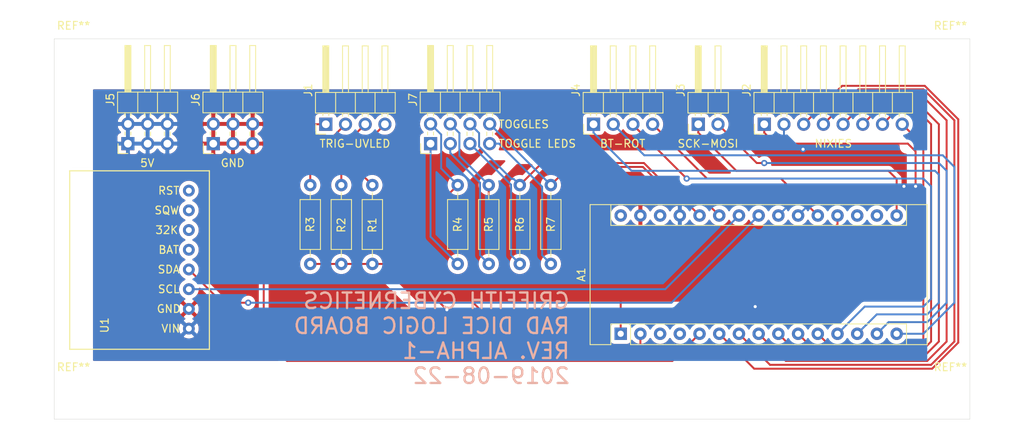
<source format=kicad_pcb>
(kicad_pcb (version 20171130) (host pcbnew "(5.1.2-1)-1")
  (layers (0 F.Cu signal) (31 B.Cu signal) (34 B.Paste user) (35 F.Paste user) (36 B.SilkS user) (37 F.SilkS user) (38 B.Mask user) (39 F.Mask user) (44 Edge.Cuts user))
  (net 0 "")
  (net 1 "Net-(A1-Pad16)")
  (net 2 "Net-(A1-Pad15)")
  (net 3 "Net-(A1-Pad14)")
  (net 4 "Net-(A1-Pad29)")
  (net 5 "Net-(A1-Pad13)")
  (net 6 "Net-(A1-Pad12)")
  (net 7 "Net-(A1-Pad27)")
  (net 8 "Net-(A1-Pad11)")
  (net 9 "Net-(A1-Pad26)")
  (net 10 "Net-(A1-Pad10)")
  (net 11 "Net-(A1-Pad25)")
  (net 12 "Net-(A1-Pad9)")
  (net 13 "Net-(A1-Pad24)")
  (net 14 "Net-(A1-Pad8)")
  (net 15 "Net-(A1-Pad23)")
  (net 16 "Net-(A1-Pad7)")
  (net 17 "Net-(A1-Pad22)")
  (net 18 "Net-(A1-Pad6)")
  (net 19 "Net-(A1-Pad21)")
  (net 20 "Net-(A1-Pad5)")
  (net 21 "Net-(A1-Pad20)")
  (net 22 "Net-(A1-Pad19)")
  (net 23 "Net-(A1-Pad2)")
  (net 24 "Net-(A1-Pad1)")
  (net 25 "Net-(J1-Pad4)")
  (net 26 "Net-(J1-Pad3)")
  (net 27 "Net-(J1-Pad2)")
  (net 28 "Net-(J7-Pad7)")
  (net 29 "Net-(J7-Pad5)")
  (net 30 "Net-(J7-Pad3)")
  (net 31 "Net-(J7-Pad1)")
  (module Modules:Arduino_Nano (layer F.Cu) (at 153 109 90)
    (fp_text reference A1 (at 7.62 -5.08 90) (layer F.SilkS))
    (fp_text value Arduino_Nano_v3.x)
    (pad 16 thru_hole oval (at 15.24 35.56 90) (size 1.6 1.6) (drill 0.8) (layers *.Cu *.Mask) (net 1 "Net-(A1-Pad16)"))
    (pad 15 thru_hole oval (at 0 35.56 90) (size 1.6 1.6) (drill 0.8) (layers *.Cu *.Mask) (net 2 "Net-(A1-Pad15)"))
    (pad 30 thru_hole oval (at 15.24 0 90) (size 1.6 1.6) (drill 0.8) (layers *.Cu *.Mask))
    (pad 14 thru_hole oval (at 0 33.02 90) (size 1.6 1.6) (drill 0.8) (layers *.Cu *.Mask) (net 3 "Net-(A1-Pad14)"))
    (pad 29 thru_hole oval (at 15.24 2.54 90) (size 1.6 1.6) (drill 0.8) (layers *.Cu *.Mask) (net 4 "Net-(A1-Pad29)"))
    (pad 13 thru_hole oval (at 0 30.48 90) (size 1.6 1.6) (drill 0.8) (layers *.Cu *.Mask) (net 5 "Net-(A1-Pad13)"))
    (pad 28 thru_hole oval (at 15.24 5.08 90) (size 1.6 1.6) (drill 0.8) (layers *.Cu *.Mask))
    (pad 12 thru_hole oval (at 0 27.94 90) (size 1.6 1.6) (drill 0.8) (layers *.Cu *.Mask) (net 6 "Net-(A1-Pad12)"))
    (pad 27 thru_hole oval (at 15.24 7.62 90) (size 1.6 1.6) (drill 0.8) (layers *.Cu *.Mask) (net 7 "Net-(A1-Pad27)"))
    (pad 11 thru_hole oval (at 0 25.4 90) (size 1.6 1.6) (drill 0.8) (layers *.Cu *.Mask) (net 8 "Net-(A1-Pad11)"))
    (pad 26 thru_hole oval (at 15.24 10.16 90) (size 1.6 1.6) (drill 0.8) (layers *.Cu *.Mask) (net 9 "Net-(A1-Pad26)"))
    (pad 10 thru_hole oval (at 0 22.86 90) (size 1.6 1.6) (drill 0.8) (layers *.Cu *.Mask) (net 10 "Net-(A1-Pad10)"))
    (pad 25 thru_hole oval (at 15.24 12.7 90) (size 1.6 1.6) (drill 0.8) (layers *.Cu *.Mask) (net 11 "Net-(A1-Pad25)"))
    (pad 9 thru_hole oval (at 0 20.32 90) (size 1.6 1.6) (drill 0.8) (layers *.Cu *.Mask) (net 12 "Net-(A1-Pad9)"))
    (pad 24 thru_hole oval (at 15.24 15.24 90) (size 1.6 1.6) (drill 0.8) (layers *.Cu *.Mask) (net 13 "Net-(A1-Pad24)"))
    (pad 8 thru_hole oval (at 0 17.78 90) (size 1.6 1.6) (drill 0.8) (layers *.Cu *.Mask) (net 14 "Net-(A1-Pad8)"))
    (pad 23 thru_hole oval (at 15.24 17.78 90) (size 1.6 1.6) (drill 0.8) (layers *.Cu *.Mask) (net 15 "Net-(A1-Pad23)"))
    (pad 7 thru_hole oval (at 0 15.24 90) (size 1.6 1.6) (drill 0.8) (layers *.Cu *.Mask) (net 16 "Net-(A1-Pad7)"))
    (pad 22 thru_hole oval (at 15.24 20.32 90) (size 1.6 1.6) (drill 0.8) (layers *.Cu *.Mask) (net 17 "Net-(A1-Pad22)"))
    (pad 6 thru_hole oval (at 0 12.7 90) (size 1.6 1.6) (drill 0.8) (layers *.Cu *.Mask) (net 18 "Net-(A1-Pad6)"))
    (pad 21 thru_hole oval (at 15.24 22.86 90) (size 1.6 1.6) (drill 0.8) (layers *.Cu *.Mask) (net 19 "Net-(A1-Pad21)"))
    (pad 5 thru_hole oval (at 0 10.16 90) (size 1.6 1.6) (drill 0.8) (layers *.Cu *.Mask) (net 20 "Net-(A1-Pad5)"))
    (pad 20 thru_hole oval (at 15.24 25.4 90) (size 1.6 1.6) (drill 0.8) (layers *.Cu *.Mask) (net 21 "Net-(A1-Pad20)"))
    (pad 4 thru_hole oval (at 0 7.62 90) (size 1.6 1.6) (drill 0.8) (layers *.Cu *.Mask))
    (pad 19 thru_hole oval (at 15.24 27.94 90) (size 1.6 1.6) (drill 0.8) (layers *.Cu *.Mask) (net 22 "Net-(A1-Pad19)"))
    (pad 3 thru_hole oval (at 0 5.08 90) (size 1.6 1.6) (drill 0.8) (layers *.Cu *.Mask))
    (pad 18 thru_hole oval (at 15.24 30.48 90) (size 1.6 1.6) (drill 0.8) (layers *.Cu *.Mask))
    (pad 2 thru_hole oval (at 0 2.54 90) (size 1.6 1.6) (drill 0.8) (layers *.Cu *.Mask) (net 23 "Net-(A1-Pad2)"))
    (pad 17 thru_hole oval (at 15.24 33.02 90) (size 1.6 1.6) (drill 0.8) (layers *.Cu *.Mask))
    (pad 1 thru_hole rect (at 0 0 90) (size 1.6 1.6) (drill 0.8) (layers *.Cu *.Mask) (net 24 "Net-(A1-Pad1)"))
  )
  (module Mounting_Holes:MountingHole_3.2mm_M3 (layer F.Cu) (at 82.5 73.5)
    (fp_text reference REF** (at 0 -4.2) (layer F.SilkS))
    (fp_text value MountingHole_3.2mm_M3)
    (pad 1 np_thru_hole circle (at 0 0) (size 3.2 3.2) (drill 3.2) (layers *.Cu *.Mask))
  )
  (module Mounting_Holes:MountingHole_3.2mm_M3 (layer F.Cu) (at 82.5 117.5)
    (fp_text reference REF** (at 0 -4.2) (layer F.SilkS))
    (fp_text value MountingHole_3.2mm_M3)
    (pad 1 np_thru_hole circle (at 0 0) (size 3.2 3.2) (drill 3.2) (layers *.Cu *.Mask))
  )
  (module Mounting_Holes:MountingHole_3.2mm_M3 (layer F.Cu) (at 195.5 73.5)
    (fp_text reference REF** (at 0 -4.2) (layer F.SilkS))
    (fp_text value MountingHole_3.2mm_M3)
    (pad 1 np_thru_hole circle (at 0 0) (size 3.2 3.2) (drill 3.2) (layers *.Cu *.Mask))
  )
  (module Mounting_Holes:MountingHole_3.2mm_M3 (layer F.Cu) (at 195.5 117.5)
    (fp_text reference REF** (at 0 -4.2) (layer F.SilkS))
    (fp_text value MountingHole_3.2mm_M3)
    (pad 1 np_thru_hole circle (at 0 0) (size 3.2 3.2) (drill 3.2) (layers *.Cu *.Mask))
  )
  (module Pin_Headers:Pin_Header_Angled_1x04_Pitch2.54mm (layer F.Cu) (at 115 82 90)
    (fp_text reference J1 (at 4.385 -2.27 90) (layer F.SilkS))
    (fp_text value SAMPLE-GEIGER-CONNECTOR)
    (pad 4 thru_hole oval (at 0 7.62 90) (size 1.7 1.7) (drill 1) (layers *.Cu *.Mask) (net 25 "Net-(J1-Pad4)"))
    (pad 3 thru_hole oval (at 0 5.08 90) (size 1.7 1.7) (drill 1) (layers *.Cu *.Mask) (net 26 "Net-(J1-Pad3)"))
    (pad 2 thru_hole oval (at 0 2.54 90) (size 1.7 1.7) (drill 1) (layers *.Cu *.Mask) (net 27 "Net-(J1-Pad2)"))
    (pad 1 thru_hole rect (at 0 0 90) (size 1.7 1.7) (drill 1) (layers *.Cu *.Mask) (net 20 "Net-(A1-Pad5)"))
  )
  (module Pin_Headers:Pin_Header_Angled_1x08_Pitch2.54mm (layer F.Cu) (at 171.5 82 90)
    (fp_text reference J2 (at 4.385 -2.27 90) (layer F.SilkS))
    (fp_text value NIXIE-CONNECTOR-CS)
    (pad 8 thru_hole oval (at 0 17.78 90) (size 1.7 1.7) (drill 1) (layers *.Cu *.Mask) (net 8 "Net-(A1-Pad11)"))
    (pad 7 thru_hole oval (at 0 15.24 90) (size 1.7 1.7) (drill 1) (layers *.Cu *.Mask) (net 10 "Net-(A1-Pad10)"))
    (pad 6 thru_hole oval (at 0 12.7 90) (size 1.7 1.7) (drill 1) (layers *.Cu *.Mask) (net 12 "Net-(A1-Pad9)"))
    (pad 5 thru_hole oval (at 0 10.16 90) (size 1.7 1.7) (drill 1) (layers *.Cu *.Mask) (net 14 "Net-(A1-Pad8)"))
    (pad 4 thru_hole oval (at 0 7.62 90) (size 1.7 1.7) (drill 1) (layers *.Cu *.Mask) (net 16 "Net-(A1-Pad7)"))
    (pad 3 thru_hole oval (at 0 5.08 90) (size 1.7 1.7) (drill 1) (layers *.Cu *.Mask) (net 18 "Net-(A1-Pad6)"))
    (pad 2 thru_hole oval (at 0 2.54 90) (size 1.7 1.7) (drill 1) (layers *.Cu *.Mask) (net 17 "Net-(A1-Pad22)"))
    (pad 1 thru_hole rect (at 0 0 90) (size 1.7 1.7) (drill 1) (layers *.Cu *.Mask) (net 19 "Net-(A1-Pad21)"))
  )
  (module Pin_Headers:Pin_Header_Angled_1x02_Pitch2.54mm (layer F.Cu) (at 163 82 90)
    (fp_text reference J3 (at 4.385 -2.27 90) (layer F.SilkS))
    (fp_text value NIXIE-CONNECTOR-SCK-MOSI)
    (pad 2 thru_hole oval (at 0 2.54 90) (size 1.7 1.7) (drill 1) (layers *.Cu *.Mask) (net 3 "Net-(A1-Pad14)"))
    (pad 1 thru_hole rect (at 0 0 90) (size 1.7 1.7) (drill 1) (layers *.Cu *.Mask) (net 1 "Net-(A1-Pad16)"))
  )
  (module Pin_Headers:Pin_Header_Angled_1x04_Pitch2.54mm (layer F.Cu) (at 149.5 82 90)
    (fp_text reference J4 (at 4.385 -2.27 90) (layer F.SilkS))
    (fp_text value SWITCH-CONNECTOR)
    (pad 1 thru_hole rect (at 0 0 90) (size 1.7 1.7) (drill 1) (layers *.Cu *.Mask) (net 5 "Net-(A1-Pad13)"))
    (pad 2 thru_hole oval (at 0 2.54 90) (size 1.7 1.7) (drill 1) (layers *.Cu *.Mask) (net 2 "Net-(A1-Pad15)"))
    (pad 3 thru_hole oval (at 0 5.08 90) (size 1.7 1.7) (drill 1) (layers *.Cu *.Mask) (net 6 "Net-(A1-Pad12)"))
    (pad 4 thru_hole oval (at 0 7.62 90) (size 1.7 1.7) (drill 1) (layers *.Cu *.Mask) (net 21 "Net-(A1-Pad20)"))
  )
  (module Pin_Headers:Pin_Header_Angled_2x03_Pitch2.54mm (layer F.Cu) (at 89.5 84.5 90)
    (fp_text reference J5 (at 5.655 -2.27 90) (layer F.SilkS))
    (fp_text value POWER-5V)
    (pad 1 thru_hole rect (at 0 0 90) (size 1.7 1.7) (drill 1) (layers *.Cu *.Mask) (net 7 "Net-(A1-Pad27)"))
    (pad 2 thru_hole oval (at 2.54 0 90) (size 1.7 1.7) (drill 1) (layers *.Cu *.Mask) (net 7 "Net-(A1-Pad27)"))
    (pad 3 thru_hole oval (at 0 2.54 90) (size 1.7 1.7) (drill 1) (layers *.Cu *.Mask) (net 7 "Net-(A1-Pad27)"))
    (pad 4 thru_hole oval (at 2.54 2.54 90) (size 1.7 1.7) (drill 1) (layers *.Cu *.Mask) (net 7 "Net-(A1-Pad27)"))
    (pad 5 thru_hole oval (at 0 5.08 90) (size 1.7 1.7) (drill 1) (layers *.Cu *.Mask) (net 7 "Net-(A1-Pad27)"))
    (pad 6 thru_hole oval (at 2.54 5.08 90) (size 1.7 1.7) (drill 1) (layers *.Cu *.Mask) (net 7 "Net-(A1-Pad27)"))
  )
  (module Pin_Headers:Pin_Header_Angled_2x03_Pitch2.54mm (layer F.Cu) (at 100.5 84.5 90)
    (fp_text reference J6 (at 5.655 -2.27 90) (layer F.SilkS))
    (fp_text value GROUND)
    (pad 6 thru_hole oval (at 2.54 5.08 90) (size 1.7 1.7) (drill 1) (layers *.Cu *.Mask) (net 4 "Net-(A1-Pad29)"))
    (pad 5 thru_hole oval (at 0 5.08 90) (size 1.7 1.7) (drill 1) (layers *.Cu *.Mask) (net 4 "Net-(A1-Pad29)"))
    (pad 4 thru_hole oval (at 2.54 2.54 90) (size 1.7 1.7) (drill 1) (layers *.Cu *.Mask) (net 4 "Net-(A1-Pad29)"))
    (pad 3 thru_hole oval (at 0 2.54 90) (size 1.7 1.7) (drill 1) (layers *.Cu *.Mask) (net 4 "Net-(A1-Pad29)"))
    (pad 2 thru_hole oval (at 2.54 0 90) (size 1.7 1.7) (drill 1) (layers *.Cu *.Mask) (net 4 "Net-(A1-Pad29)"))
    (pad 1 thru_hole rect (at 0 0 90) (size 1.7 1.7) (drill 1) (layers *.Cu *.Mask) (net 4 "Net-(A1-Pad29)"))
  )
  (module Pin_Headers:Pin_Header_Angled_2x04_Pitch2.54mm (layer F.Cu) (at 128.5 84.5 90)
    (fp_text reference J7 (at 5.655 -2.27 90) (layer F.SilkS))
    (fp_text value TOGGLE-CONNECTOR)
    (pad 8 thru_hole oval (at 2.54 7.62 90) (size 1.7 1.7) (drill 1) (layers *.Cu *.Mask) (net 9 "Net-(A1-Pad26)"))
    (pad 7 thru_hole oval (at 0 7.62 90) (size 1.7 1.7) (drill 1) (layers *.Cu *.Mask) (net 28 "Net-(J7-Pad7)"))
    (pad 6 thru_hole oval (at 2.54 5.08 90) (size 1.7 1.7) (drill 1) (layers *.Cu *.Mask) (net 11 "Net-(A1-Pad25)"))
    (pad 5 thru_hole oval (at 0 5.08 90) (size 1.7 1.7) (drill 1) (layers *.Cu *.Mask) (net 29 "Net-(J7-Pad5)"))
    (pad 4 thru_hole oval (at 2.54 2.54 90) (size 1.7 1.7) (drill 1) (layers *.Cu *.Mask) (net 24 "Net-(A1-Pad1)"))
    (pad 3 thru_hole oval (at 0 2.54 90) (size 1.7 1.7) (drill 1) (layers *.Cu *.Mask) (net 30 "Net-(J7-Pad3)"))
    (pad 2 thru_hole oval (at 2.54 0 90) (size 1.7 1.7) (drill 1) (layers *.Cu *.Mask) (net 23 "Net-(A1-Pad2)"))
    (pad 1 thru_hole rect (at 0 0 90) (size 1.7 1.7) (drill 1) (layers *.Cu *.Mask) (net 31 "Net-(J7-Pad1)"))
  )
  (module Resistors_THT:R_Axial_DIN0207_L6.3mm_D2.5mm_P10.16mm_Horizontal (layer F.Cu) (at 121 100 90)
    (fp_text reference R1 (at 5 0 90) (layer F.SilkS))
    (fp_text value R)
    (pad 2 thru_hole oval (at 10.16 0 90) (size 1.6 1.6) (drill 0.8) (layers *.Cu *.Mask) (net 25 "Net-(J1-Pad4)"))
    (pad 1 thru_hole circle (at 0 0 90) (size 1.6 1.6) (drill 0.8) (layers *.Cu *.Mask) (net 22 "Net-(A1-Pad19)"))
  )
  (module Resistors_THT:R_Axial_DIN0207_L6.3mm_D2.5mm_P10.16mm_Horizontal (layer F.Cu) (at 117 100 90)
    (fp_text reference R2 (at 5 0 90) (layer F.SilkS))
    (fp_text value R)
    (pad 1 thru_hole circle (at 0 0 90) (size 1.6 1.6) (drill 0.8) (layers *.Cu *.Mask) (net 22 "Net-(A1-Pad19)"))
    (pad 2 thru_hole oval (at 10.16 0 90) (size 1.6 1.6) (drill 0.8) (layers *.Cu *.Mask) (net 26 "Net-(J1-Pad3)"))
  )
  (module Resistors_THT:R_Axial_DIN0207_L6.3mm_D2.5mm_P10.16mm_Horizontal (layer F.Cu) (at 113 100 90)
    (fp_text reference R3 (at 5.08 0 90) (layer F.SilkS))
    (fp_text value R)
    (pad 2 thru_hole oval (at 10.16 0 90) (size 1.6 1.6) (drill 0.8) (layers *.Cu *.Mask) (net 27 "Net-(J1-Pad2)"))
    (pad 1 thru_hole circle (at 0 0 90) (size 1.6 1.6) (drill 0.8) (layers *.Cu *.Mask) (net 22 "Net-(A1-Pad19)"))
  )
  (module Resistors_THT:R_Axial_DIN0207_L6.3mm_D2.5mm_P10.16mm_Horizontal (layer F.Cu) (at 132 100 90)
    (fp_text reference R4 (at 5.08 0 90) (layer F.SilkS))
    (fp_text value R)
    (pad 1 thru_hole circle (at 0 0 90) (size 1.6 1.6) (drill 0.8) (layers *.Cu *.Mask) (net 31 "Net-(J7-Pad1)"))
    (pad 2 thru_hole oval (at 10.16 0 90) (size 1.6 1.6) (drill 0.8) (layers *.Cu *.Mask) (net 23 "Net-(A1-Pad2)"))
  )
  (module Resistors_THT:R_Axial_DIN0207_L6.3mm_D2.5mm_P10.16mm_Horizontal (layer F.Cu) (at 136 100 90)
    (fp_text reference R5 (at 5.08 0 90) (layer F.SilkS))
    (fp_text value R)
    (pad 2 thru_hole oval (at 10.16 0 90) (size 1.6 1.6) (drill 0.8) (layers *.Cu *.Mask) (net 24 "Net-(A1-Pad1)"))
    (pad 1 thru_hole circle (at 0 0 90) (size 1.6 1.6) (drill 0.8) (layers *.Cu *.Mask) (net 30 "Net-(J7-Pad3)"))
  )
  (module Resistors_THT:R_Axial_DIN0207_L6.3mm_D2.5mm_P10.16mm_Horizontal (layer F.Cu) (at 140 100 90)
    (fp_text reference R6 (at 5.08 0 90) (layer F.SilkS))
    (fp_text value R)
    (pad 1 thru_hole circle (at 0 0 90) (size 1.6 1.6) (drill 0.8) (layers *.Cu *.Mask) (net 29 "Net-(J7-Pad5)"))
    (pad 2 thru_hole oval (at 10.16 0 90) (size 1.6 1.6) (drill 0.8) (layers *.Cu *.Mask) (net 11 "Net-(A1-Pad25)"))
  )
  (module Resistors_THT:R_Axial_DIN0207_L6.3mm_D2.5mm_P10.16mm_Horizontal (layer F.Cu) (at 144 100 90)
    (fp_text reference R7 (at 5.08 0 90) (layer F.SilkS))
    (fp_text value R)
    (pad 2 thru_hole oval (at 10.16 0 90) (size 1.6 1.6) (drill 0.8) (layers *.Cu *.Mask) (net 9 "Net-(A1-Pad26)"))
    (pad 1 thru_hole circle (at 0 0 90) (size 1.6 1.6) (drill 0.8) (layers *.Cu *.Mask) (net 28 "Net-(J7-Pad7)"))
  )
  (module rad_dice_logic_board:ADAFRUIT-DS3231 (layer F.Cu) (at 94 103 90)
    (fp_text reference U1 (at -4.9 -7.5 90) (layer F.SilkS))
    (fp_text value ADAFRUIT-DS3231)
    (fp_text user VIN (at -5.334 1.016) (layer F.SilkS))
    (fp_text user GND (at -2.794 0.762) (layer F.SilkS))
    (fp_text user SCL (at -0.254 0.762) (layer F.SilkS))
    (fp_text user SDA (at 2.286 0.762) (layer F.SilkS))
    (fp_text user BAT (at 4.826 0.762) (layer F.SilkS))
    (fp_text user 32K (at 7.366 0.508) (layer F.SilkS))
    (fp_text user SQW (at 9.906 0.508) (layer F.SilkS))
    (fp_text user RST (at 12.446 0.762) (layer F.SilkS))
    (pad 1 thru_hole circle (at -5.334 3.3528 90) (size 1.524 1.524) (drill 0.762) (layers *.Cu *.Mask) (net 7 "Net-(A1-Pad27)"))
    (pad 2 thru_hole circle (at -2.794 3.3528 90) (size 1.524 1.524) (drill 0.762) (layers *.Cu *.Mask) (net 4 "Net-(A1-Pad29)"))
    (pad 3 thru_hole circle (at -0.254 3.3528 90) (size 1.524 1.524) (drill 0.762) (layers *.Cu *.Mask) (net 13 "Net-(A1-Pad24)"))
    (pad 4 thru_hole circle (at 2.286 3.3528 90) (size 1.524 1.524) (drill 0.762) (layers *.Cu *.Mask) (net 15 "Net-(A1-Pad23)"))
    (pad 5 thru_hole circle (at 4.826 3.3528 90) (size 1.524 1.524) (drill 0.762) (layers *.Cu *.Mask))
    (pad 6 thru_hole circle (at 7.366 3.3528 90) (size 1.524 1.524) (drill 0.762) (layers *.Cu *.Mask))
    (pad 7 thru_hole circle (at 9.906 3.3528 90) (size 1.524 1.524) (drill 0.762) (layers *.Cu *.Mask))
    (pad 8 thru_hole circle (at 12.446 3.3528 90) (size 1.524 1.524) (drill 0.762) (layers *.Cu *.Mask))
  )
  (gr_text "GRIFFITH CYBERNETICS\nRAD DICE LOGIC BOARD\nREV. ALPHA-1\n2019-08-22" (at 146.6 109.6) (layer B.SilkS) (effects (font (size 2 2) (thickness 0.3)) (justify left mirror)))
  (gr_text NIXIES (at 180.4 84.5) (layer F.SilkS) (effects (font (size 1 1))))
  (gr_text "TOGGLE LEDS" (at 142.25 84.5) (layer F.SilkS) (effects (font (size 1 1))))
  (gr_text SCK-MOSI (at 164.25 84.5) (layer F.SilkS) (effects (font (size 1 1))))
  (gr_text BT-ROT (at 153.25 84.5) (layer F.SilkS) (effects (font (size 1 1))))
  (gr_text TOGGLES (at 140.5 82) (layer F.SilkS) (effects (font (size 1 1))))
  (gr_text TRIG-UVLED (at 118.75 84.5) (layer F.SilkS) (effects (font (size 1 1))))
  (gr_text GND (at 103 87) (layer F.SilkS) (effects (font (size 1 1))))
  (gr_text 5V (at 92 87) (layer F.SilkS) (effects (font (size 1 1))))
  (gr_line (start 80 71) (end 80 120) (layer Edge.Cuts) (width 0.05))
  (gr_line (start 198 71) (end 80 71) (layer Edge.Cuts) (width 0.05))
  (gr_line (start 198 120) (end 198 71) (layer Edge.Cuts) (width 0.05))
  (gr_line (start 80 120) (end 198 120) (layer Edge.Cuts) (width 0.05))
  (segment (start 188.56 93.76) (end 188.56 89.06) (width 0.25) (layer F.Cu) (net 1))
  (segment (start 188.56 89.06) (end 187.5 88) (width 0.25) (layer F.Cu) (net 1))
  (segment (start 163 83.1) (end 163 82) (width 0.25) (layer F.Cu) (net 1))
  (segment (start 167.9 88) (end 163 83.1) (width 0.25) (layer F.Cu) (net 1))
  (segment (start 187.5 88) (end 167.9 88) (width 0.25) (layer F.Cu) (net 1))
  (segment (start 196 87.5) (end 194.5 86) (width 0.25) (layer B.Cu) (net 2))
  (segment (start 194.5 86) (end 156.04 86) (width 0.25) (layer B.Cu) (net 2))
  (segment (start 196 105) (end 196 87.5) (width 0.25) (layer B.Cu) (net 2))
  (segment (start 156.04 86) (end 152.04 82) (width 0.25) (layer B.Cu) (net 2))
  (segment (start 192 109) (end 196 105) (width 0.25) (layer B.Cu) (net 2))
  (segment (start 188.56 109) (end 192 109) (width 0.25) (layer B.Cu) (net 2))
  (segment (start 186.02 109) (end 187.52 107.5) (width 0.25) (layer B.Cu) (net 3))
  (segment (start 187.52 107.5) (end 192.5 107.5) (width 0.25) (layer B.Cu) (net 3))
  (segment (start 192.5 107.5) (end 195 105) (width 0.25) (layer B.Cu) (net 3))
  (segment (start 195 105) (end 195 88) (width 0.25) (layer B.Cu) (net 3))
  (segment (start 195 88) (end 194 87) (width 0.25) (layer B.Cu) (net 3))
  (segment (start 194 87) (end 171.5 87) (width 0.25) (layer B.Cu) (net 3))
  (via (at 171.5 87) (size 0.8) (drill 0.4) (layers F.Cu B.Cu) (net 3))
  (segment (start 170.54 87) (end 165.54 82) (width 0.25) (layer F.Cu) (net 3))
  (segment (start 171.5 87) (end 170.54 87) (width 0.25) (layer F.Cu) (net 3))
  (segment (start 184.605001 107.874999) (end 184.625001 107.874999) (width 0.25) (layer B.Cu) (net 5))
  (segment (start 183.48 109) (end 184.605001 107.874999) (width 0.25) (layer B.Cu) (net 5))
  (segment (start 184.625001 107.874999) (end 186 106.5) (width 0.25) (layer B.Cu) (net 5))
  (segment (start 186 106.5) (end 192.5 106.5) (width 0.25) (layer B.Cu) (net 5))
  (segment (start 192.5 106.5) (end 194 105) (width 0.25) (layer B.Cu) (net 5))
  (segment (start 194 105) (end 194 88.5) (width 0.25) (layer B.Cu) (net 5))
  (segment (start 194 88.5) (end 193.5 88) (width 0.25) (layer B.Cu) (net 5))
  (segment (start 154.4 88) (end 149.5 83.1) (width 0.25) (layer B.Cu) (net 5))
  (segment (start 149.5 83.1) (end 149.5 82) (width 0.25) (layer B.Cu) (net 5))
  (segment (start 193.5 88) (end 154.4 88) (width 0.25) (layer B.Cu) (net 5))
  (segment (start 180.94 109) (end 184.44 105.5) (width 0.25) (layer B.Cu) (net 6))
  (segment (start 184.44 105.5) (end 192 105.5) (width 0.25) (layer B.Cu) (net 6))
  (segment (start 192 105.5) (end 193 104.5) (width 0.25) (layer B.Cu) (net 6))
  (segment (start 193 104.5) (end 193 90) (width 0.25) (layer B.Cu) (net 6))
  (segment (start 193 90) (end 192 89) (width 0.25) (layer B.Cu) (net 6))
  (segment (start 192 89) (end 161.5 89) (width 0.25) (layer B.Cu) (net 6))
  (via (at 161.5 89) (size 0.8) (drill 0.4) (layers F.Cu B.Cu) (net 6))
  (segment (start 154.58 82.08) (end 154.58 82) (width 0.25) (layer F.Cu) (net 6))
  (segment (start 161.5 89) (end 154.58 82.08) (width 0.25) (layer F.Cu) (net 6))
  (segment (start 178.4 109) (end 180.4 111) (width 0.25) (layer F.Cu) (net 8))
  (segment (start 180.4 111) (end 191 111) (width 0.25) (layer F.Cu) (net 8))
  (segment (start 191 111) (end 192 110) (width 0.25) (layer F.Cu) (net 8))
  (segment (start 192 84.72) (end 189.28 82) (width 0.25) (layer F.Cu) (net 8))
  (segment (start 192 110) (end 192 84.72) (width 0.25) (layer F.Cu) (net 8))
  (segment (start 144 89.84) (end 146.34 87.5) (width 0.25) (layer F.Cu) (net 9))
  (segment (start 146.34 87.5) (end 155.86359 87.5) (width 0.25) (layer F.Cu) (net 9))
  (segment (start 155.86359 87.5) (end 159.86359 91.5) (width 0.25) (layer F.Cu) (net 9))
  (segment (start 160.9 91.5) (end 163.16 93.76) (width 0.25) (layer F.Cu) (net 9))
  (segment (start 159.86359 91.5) (end 160.9 91.5) (width 0.25) (layer F.Cu) (net 9))
  (segment (start 144 89.84) (end 136.12 81.96) (width 0.25) (layer B.Cu) (net 9))
  (segment (start 191 80) (end 188.74 80) (width 0.25) (layer F.Cu) (net 10))
  (segment (start 188.74 80) (end 186.74 82) (width 0.25) (layer F.Cu) (net 10))
  (segment (start 193 110) (end 193 82) (width 0.25) (layer F.Cu) (net 10))
  (segment (start 193 82) (end 191 80) (width 0.25) (layer F.Cu) (net 10))
  (segment (start 191.549991 111.450009) (end 193 110) (width 0.25) (layer F.Cu) (net 10))
  (segment (start 178.310009 111.450009) (end 191.549991 111.450009) (width 0.25) (layer F.Cu) (net 10))
  (segment (start 175.86 109) (end 178.310009 111.450009) (width 0.25) (layer F.Cu) (net 10))
  (segment (start 140 89.84) (end 142.84 87) (width 0.25) (layer F.Cu) (net 11))
  (segment (start 142.84 87) (end 156 87) (width 0.25) (layer F.Cu) (net 11))
  (segment (start 156 87) (end 160 91) (width 0.25) (layer F.Cu) (net 11))
  (segment (start 162.94 91) (end 165.7 93.76) (width 0.25) (layer F.Cu) (net 11))
  (segment (start 160 91) (end 162.94 91) (width 0.25) (layer F.Cu) (net 11))
  (segment (start 134.429999 82.809999) (end 133.58 81.96) (width 0.25) (layer B.Cu) (net 11))
  (segment (start 134.755001 83.135001) (end 134.429999 82.809999) (width 0.25) (layer B.Cu) (net 11))
  (segment (start 134.755001 84.874003) (end 134.755001 83.135001) (width 0.25) (layer B.Cu) (net 11))
  (segment (start 138.920999 89.040001) (end 134.755001 84.874003) (width 0.25) (layer B.Cu) (net 11))
  (segment (start 139.200001 89.040001) (end 138.920999 89.040001) (width 0.25) (layer B.Cu) (net 11))
  (segment (start 140 89.84) (end 139.200001 89.040001) (width 0.25) (layer B.Cu) (net 11))
  (segment (start 187.2 79) (end 184.2 82) (width 0.25) (layer F.Cu) (net 12))
  (segment (start 173.32 109) (end 176.32 112) (width 0.25) (layer F.Cu) (net 12))
  (segment (start 194 82) (end 191 79) (width 0.25) (layer F.Cu) (net 12))
  (segment (start 194 110) (end 194 82) (width 0.25) (layer F.Cu) (net 12))
  (segment (start 191 79) (end 187.2 79) (width 0.25) (layer F.Cu) (net 12))
  (segment (start 192 112) (end 194 110) (width 0.25) (layer F.Cu) (net 12))
  (segment (start 176.32 112) (end 192 112) (width 0.25) (layer F.Cu) (net 12))
  (segment (start 158.746 103.254) (end 97.3528 103.254) (width 0.25) (layer B.Cu) (net 13))
  (segment (start 168.24 93.76) (end 158.746 103.254) (width 0.25) (layer B.Cu) (net 13))
  (segment (start 185.16 78.5) (end 181.66 82) (width 0.25) (layer F.Cu) (net 14))
  (segment (start 192 78.5) (end 185.16 78.5) (width 0.25) (layer F.Cu) (net 14))
  (segment (start 195 110) (end 195 81.5) (width 0.25) (layer F.Cu) (net 14))
  (segment (start 170.78 109) (end 174.28 112.5) (width 0.25) (layer F.Cu) (net 14))
  (segment (start 195 81.5) (end 192 78.5) (width 0.25) (layer F.Cu) (net 14))
  (segment (start 192.5 112.5) (end 195 110) (width 0.25) (layer F.Cu) (net 14))
  (segment (start 174.28 112.5) (end 192.5 112.5) (width 0.25) (layer F.Cu) (net 14))
  (segment (start 170.78 93.76) (end 159.54 105) (width 0.25) (layer B.Cu) (net 15))
  (via (at 105 105) (size 0.8) (drill 0.4) (layers F.Cu B.Cu) (net 15))
  (segment (start 159.54 105) (end 105 105) (width 0.25) (layer B.Cu) (net 15))
  (segment (start 101.6388 105) (end 97.3528 100.714) (width 0.25) (layer F.Cu) (net 15))
  (segment (start 105 105) (end 101.6388 105) (width 0.25) (layer F.Cu) (net 15))
  (segment (start 183.62 77.5) (end 179.12 82) (width 0.25) (layer F.Cu) (net 16))
  (segment (start 192 77.5) (end 183.62 77.5) (width 0.25) (layer F.Cu) (net 16))
  (segment (start 172.24 113) (end 193 113) (width 0.25) (layer F.Cu) (net 16))
  (segment (start 196 81.5) (end 192 77.5) (width 0.25) (layer F.Cu) (net 16))
  (segment (start 196 110) (end 196 81.5) (width 0.25) (layer F.Cu) (net 16))
  (segment (start 193 113) (end 196 110) (width 0.25) (layer F.Cu) (net 16))
  (segment (start 168.24 109) (end 172.24 113) (width 0.25) (layer F.Cu) (net 16))
  (segment (start 173.32 93.76) (end 176.58 90.5) (width 0.25) (layer B.Cu) (net 17))
  (via (at 189.5 90) (size 0.8) (drill 0.4) (layers F.Cu B.Cu) (net 17))
  (segment (start 189 90.5) (end 189.5 90) (width 0.25) (layer B.Cu) (net 17))
  (segment (start 176.58 90.5) (end 189 90.5) (width 0.25) (layer B.Cu) (net 17))
  (segment (start 189.5 90) (end 189.5 89.36359) (width 0.25) (layer F.Cu) (net 17))
  (segment (start 189.5 89.36359) (end 189.5 86) (width 0.25) (layer F.Cu) (net 17))
  (via (at 176.5 85.225) (size 0.8) (drill 0.4) (layers F.Cu B.Cu) (net 17))
  (segment (start 188.725 85.225) (end 176.5 85.225) (width 0.25) (layer F.Cu) (net 17))
  (segment (start 189.5 86) (end 188.725 85.225) (width 0.25) (layer F.Cu) (net 17))
  (segment (start 176.5 85.225) (end 175.725 85.225) (width 0.25) (layer B.Cu) (net 17))
  (segment (start 174.04 83.54) (end 174.04 82) (width 0.25) (layer B.Cu) (net 17))
  (segment (start 175.725 85.225) (end 174.04 83.54) (width 0.25) (layer B.Cu) (net 17))
  (segment (start 177.429999 81.150001) (end 176.58 82) (width 0.25) (layer F.Cu) (net 18))
  (segment (start 181.53001 77.04999) (end 177.429999 81.150001) (width 0.25) (layer F.Cu) (net 18))
  (segment (start 192.1864 77.04999) (end 181.53001 77.04999) (width 0.25) (layer F.Cu) (net 18))
  (segment (start 196.5 81.36359) (end 192.1864 77.04999) (width 0.25) (layer F.Cu) (net 18))
  (segment (start 196.5 110.13641) (end 196.5 81.36359) (width 0.25) (layer F.Cu) (net 18))
  (segment (start 193.13641 113.5) (end 196.5 110.13641) (width 0.25) (layer F.Cu) (net 18))
  (segment (start 170.2 113.5) (end 193.13641 113.5) (width 0.25) (layer F.Cu) (net 18))
  (segment (start 165.7 109) (end 170.2 113.5) (width 0.25) (layer F.Cu) (net 18))
  (segment (start 175.86 93.76) (end 178.12 91.5) (width 0.25) (layer B.Cu) (net 19))
  (segment (start 189.5 91.5) (end 191 90) (width 0.25) (layer B.Cu) (net 19))
  (via (at 191 90) (size 0.8) (drill 0.4) (layers F.Cu B.Cu) (net 19))
  (segment (start 178.12 91.5) (end 189.5 91.5) (width 0.25) (layer B.Cu) (net 19))
  (segment (start 191 90) (end 191 85.5) (width 0.25) (layer F.Cu) (net 19))
  (segment (start 191 85.5) (end 190 84.5) (width 0.25) (layer F.Cu) (net 19))
  (segment (start 171.5 83.1) (end 171.5 82) (width 0.25) (layer F.Cu) (net 19))
  (segment (start 172.9 84.5) (end 171.5 83.1) (width 0.25) (layer F.Cu) (net 19))
  (segment (start 190 84.5) (end 172.9 84.5) (width 0.25) (layer F.Cu) (net 19))
  (segment (start 159.66 112.5) (end 110 112.5) (width 0.25) (layer F.Cu) (net 20))
  (segment (start 163.16 109) (end 159.66 112.5) (width 0.25) (layer F.Cu) (net 20))
  (segment (start 110 112.5) (end 107 109.5) (width 0.25) (layer F.Cu) (net 20))
  (segment (start 107 109.5) (end 107 88.5) (width 0.25) (layer F.Cu) (net 20))
  (segment (start 113.5 82) (end 115 82) (width 0.25) (layer F.Cu) (net 20))
  (segment (start 107 88.5) (end 113.5 82) (width 0.25) (layer F.Cu) (net 20))
  (segment (start 178.4 93.76) (end 173.64 89) (width 0.25) (layer F.Cu) (net 21))
  (segment (start 164.12 89) (end 157.12 82) (width 0.25) (layer F.Cu) (net 21))
  (segment (start 173.64 89) (end 164.12 89) (width 0.25) (layer F.Cu) (net 21))
  (segment (start 180.94 94.89137) (end 170.33137 105.5) (width 0.25) (layer F.Cu) (net 22))
  (segment (start 180.94 93.76) (end 180.94 94.89137) (width 0.25) (layer F.Cu) (net 22))
  (segment (start 113 100) (end 117 100) (width 0.25) (layer F.Cu) (net 22))
  (segment (start 117 100) (end 121 100) (width 0.25) (layer F.Cu) (net 22))
  (via (at 170.33137 105.5) (size 0.8) (drill 0.4) (layers F.Cu B.Cu) (net 22))
  (segment (start 169.931371 105.899999) (end 130.600001 105.899999) (width 0.25) (layer B.Cu) (net 22))
  (segment (start 170.33137 105.5) (end 169.931371 105.899999) (width 0.25) (layer B.Cu) (net 22))
  (via (at 130.600001 105.899999) (size 0.8) (drill 0.4) (layers F.Cu B.Cu) (net 22))
  (segment (start 124.700002 100) (end 121 100) (width 0.25) (layer F.Cu) (net 22))
  (segment (start 130.600001 105.899999) (end 124.700002 100) (width 0.25) (layer F.Cu) (net 22))
  (segment (start 129.349999 82.809999) (end 128.5 81.96) (width 0.25) (layer B.Cu) (net 23))
  (segment (start 129.864999 83.324999) (end 129.349999 82.809999) (width 0.25) (layer B.Cu) (net 23))
  (segment (start 129.864999 87.704999) (end 129.864999 83.324999) (width 0.25) (layer B.Cu) (net 23))
  (segment (start 132 89.84) (end 129.864999 87.704999) (width 0.25) (layer B.Cu) (net 23))
  (segment (start 140.5 111.5) (end 129.5 100.5) (width 0.25) (layer F.Cu) (net 23))
  (segment (start 129.5 92.34) (end 132 89.84) (width 0.25) (layer F.Cu) (net 23))
  (segment (start 154.5 111.5) (end 140.5 111.5) (width 0.25) (layer F.Cu) (net 23))
  (segment (start 129.5 100.5) (end 129.5 92.34) (width 0.25) (layer F.Cu) (net 23))
  (segment (start 155.54 110.46) (end 154.5 111.5) (width 0.25) (layer F.Cu) (net 23))
  (segment (start 155.54 109) (end 155.54 110.46) (width 0.25) (layer F.Cu) (net 23))
  (segment (start 131.889999 82.809999) (end 131.04 81.96) (width 0.25) (layer B.Cu) (net 24))
  (segment (start 132.215001 83.135001) (end 131.889999 82.809999) (width 0.25) (layer B.Cu) (net 24))
  (segment (start 132.215001 86.055001) (end 132.215001 83.135001) (width 0.25) (layer B.Cu) (net 24))
  (segment (start 136 89.84) (end 132.215001 86.055001) (width 0.25) (layer B.Cu) (net 24))
  (segment (start 136 93) (end 136 89.84) (width 0.25) (layer F.Cu) (net 24))
  (segment (start 138.5 95.5) (end 136 93) (width 0.25) (layer F.Cu) (net 24))
  (segment (start 146.5 95.5) (end 138.5 95.5) (width 0.25) (layer F.Cu) (net 24))
  (segment (start 153 102) (end 146.5 95.5) (width 0.25) (layer F.Cu) (net 24))
  (segment (start 153 109) (end 153 102) (width 0.25) (layer F.Cu) (net 24))
  (segment (start 121 89.84) (end 120 88.84) (width 0.25) (layer F.Cu) (net 25))
  (segment (start 120 84.62) (end 122.62 82) (width 0.25) (layer F.Cu) (net 25))
  (segment (start 120 88.84) (end 120 84.62) (width 0.25) (layer F.Cu) (net 25))
  (segment (start 117 85.08) (end 120.08 82) (width 0.25) (layer F.Cu) (net 26))
  (segment (start 117 89.84) (end 117 85.08) (width 0.25) (layer F.Cu) (net 26))
  (segment (start 113 86.54) (end 117.54 82) (width 0.25) (layer F.Cu) (net 27))
  (segment (start 113 89.84) (end 113 86.54) (width 0.25) (layer F.Cu) (net 27))
  (segment (start 142.874999 98.874999) (end 142.874999 90.052918) (width 0.25) (layer B.Cu) (net 28))
  (segment (start 137.322081 84.5) (end 136.12 84.5) (width 0.25) (layer B.Cu) (net 28))
  (segment (start 142.874999 90.052918) (end 137.322081 84.5) (width 0.25) (layer B.Cu) (net 28))
  (segment (start 144 100) (end 142.874999 98.874999) (width 0.25) (layer B.Cu) (net 28))
  (segment (start 134.429999 85.349999) (end 133.58 84.5) (width 0.25) (layer B.Cu) (net 29))
  (segment (start 138.874999 98.874999) (end 138.874999 89.794999) (width 0.25) (layer B.Cu) (net 29))
  (segment (start 138.874999 89.794999) (end 134.429999 85.349999) (width 0.25) (layer B.Cu) (net 29))
  (segment (start 140 100) (end 138.874999 98.874999) (width 0.25) (layer B.Cu) (net 29))
  (segment (start 134.874999 89.53708) (end 131.04 85.702081) (width 0.25) (layer B.Cu) (net 30))
  (segment (start 131.04 85.702081) (end 131.04 84.5) (width 0.25) (layer B.Cu) (net 30))
  (segment (start 134.874999 98.874999) (end 134.874999 89.53708) (width 0.25) (layer B.Cu) (net 30))
  (segment (start 136 100) (end 134.874999 98.874999) (width 0.25) (layer B.Cu) (net 30))
  (segment (start 128.5 96.5) (end 128.5 84.5) (width 0.25) (layer B.Cu) (net 31))
  (segment (start 132 100) (end 128.5 96.5) (width 0.25) (layer B.Cu) (net 31))
  (zone (net 4) (net_name "Net-(A1-Pad29)") (layer F.Cu) (connect_pads (clearance 0.508)) (min_thickness 0.254) (fill yes (arc_segments 32) (thermal_gap 0.508) (thermal_bridge_width 0.508))
    (polygon (pts (xy 85 112.5) (xy 85 77.5) (xy 192.5 77.5) (xy 192.5 112.5)))
  )
  (zone (net 7) (net_name "Net-(A1-Pad27)") (layer B.Cu) (connect_pads (clearance 0.508)) (min_thickness 0.254) (fill yes (arc_segments 32) (thermal_gap 0.508) (thermal_bridge_width 0.508))
    (polygon (pts (xy 85 112.5) (xy 85 77.5) (xy 192.5 77.5) (xy 192.5 112.5)))
  )
)
</source>
